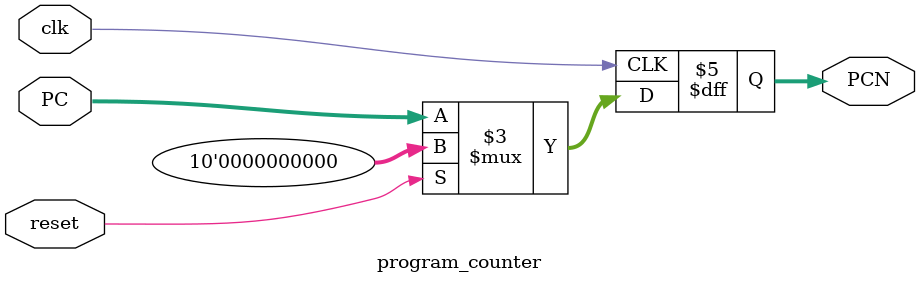
<source format=v>
module program_counter(input clk,input reset,input [9:0] PC,output reg [9:0] PCN);
    always@(posedge clk) begin
                // $display("the program counter is called %d\n",PC);

        if(reset ) begin
            // $display("reset pcn \n");
            // PC=9'd0;
            PCN<=10'b0000000000;
        end
        else begin
            PCN<=PC;
        end


    end
endmodule
</source>
